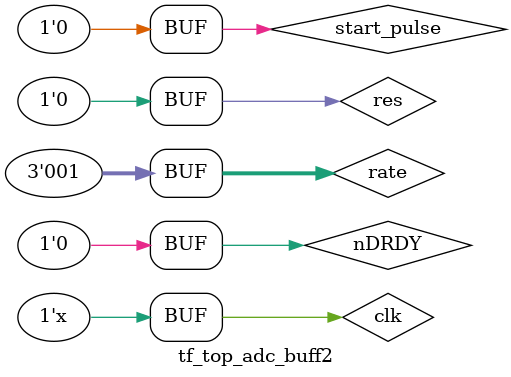
<source format=v>
`timescale 1ns / 1ns


module tf_top_adc_buff2;

	// Inputs
	reg clk;
	reg res;
	reg start_pulse;
	reg [7:0] read_addr;
	reg nDRDY;
	reg SDIN1;
	reg [2:0] rate;

	// Outputs
	wire write_done;
	wire toggle_buff;
	wire [7:0] dout;
	wire SCLK1;
	wire nCS1;
	reg [15:0] cnt;
	reg [15:0] shift3;
	reg [1:0] shift1;
   reg [1:0] shift2;
	wire drdy_sync;
	wire sclk_nedge;
	reg [9:0] cnt2;

	// Instantiate the Unit Under Test (UUT)
	top_ADC_buff2 uut (
		.clk(clk), 
		.res(res), 
		.start_pulse(start_pulse), 
		.write_done(write_done),
      .rate(rate),  		
		.read_addr(read_addr), 
		.dout(dout), 
		.nDRDY(nDRDY), 
		.SDIN1(SDIN1), 
		.SCLK1(SCLK1), 
		.nCS1(nCS1)
	);

	initial begin
		// Initialize Inputs
		clk = 0;
		res = 0;
		rate=1;
		start_pulse = 0;
		read_addr = 0;
		nDRDY = 0;
		SDIN1 = 0;

		#100 res=1;
		#100 res=0;
       
		#100 start_pulse=1;
		#100 start_pulse=0;
      
		
	end
      
always 
#20 clk = ~clk; 

always @(posedge clk or posedge res)
if (res)
cnt2<=0;
else if(write_done)
cnt2<=0;
else if (cnt2==1023)
cnt2<=cnt2;
else
cnt2<=cnt2+1;

always @(cnt2)
 read_addr=cnt2[9:2];
	
always 
begin
#31000 nDRDY=1;
#200 nDRDY=0;
end

//
always @(shift3)
 SDIN1=shift3[15];


always @(posedge clk  or posedge res)
if (res)
	shift1<= 0;
else 
	shift1<={shift1[0],nDRDY};

assign drdy_sync=(~shift1[1])&shift1[0];

always @(posedge clk or posedge res)
if (res)
	cnt<= 0;
else if (drdy_sync)
	cnt<=cnt+1;
else
  cnt <=cnt;	


always @(posedge clk  or posedge res)
if (res)
	shift2<= 0;
else 
	shift2<={shift2[0],SCLK1};

assign sclk_nedge=(shift2[1])&(~shift2[0]);

always @(posedge clk  or posedge res)
if (res)
	shift3<= 0;
else if (drdy_sync)
  shift3<=cnt;
else if (sclk_nedge)  
	shift3<={shift3[14:0],1'b0};
else
  shift3<=shift3;	

	

endmodule
</source>
